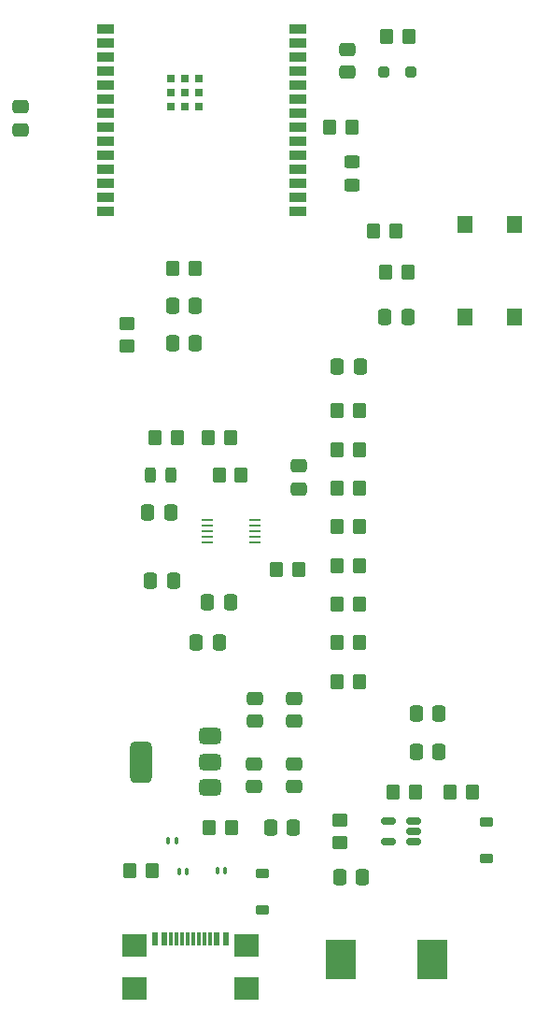
<source format=gtp>
%TF.GenerationSoftware,KiCad,Pcbnew,9.0.4*%
%TF.CreationDate,2025-08-31T12:14:26+02:00*%
%TF.ProjectId,tank_PCB,74616e6b-5f50-4434-922e-6b696361645f,rev?*%
%TF.SameCoordinates,Original*%
%TF.FileFunction,Paste,Top*%
%TF.FilePolarity,Positive*%
%FSLAX46Y46*%
G04 Gerber Fmt 4.6, Leading zero omitted, Abs format (unit mm)*
G04 Created by KiCad (PCBNEW 9.0.4) date 2025-08-31 12:14:26*
%MOMM*%
%LPD*%
G01*
G04 APERTURE LIST*
G04 Aperture macros list*
%AMRoundRect*
0 Rectangle with rounded corners*
0 $1 Rounding radius*
0 $2 $3 $4 $5 $6 $7 $8 $9 X,Y pos of 4 corners*
0 Add a 4 corners polygon primitive as box body*
4,1,4,$2,$3,$4,$5,$6,$7,$8,$9,$2,$3,0*
0 Add four circle primitives for the rounded corners*
1,1,$1+$1,$2,$3*
1,1,$1+$1,$4,$5*
1,1,$1+$1,$6,$7*
1,1,$1+$1,$8,$9*
0 Add four rect primitives between the rounded corners*
20,1,$1+$1,$2,$3,$4,$5,0*
20,1,$1+$1,$4,$5,$6,$7,0*
20,1,$1+$1,$6,$7,$8,$9,0*
20,1,$1+$1,$8,$9,$2,$3,0*%
G04 Aperture macros list end*
%ADD10RoundRect,0.250000X0.350000X0.450000X-0.350000X0.450000X-0.350000X-0.450000X0.350000X-0.450000X0*%
%ADD11RoundRect,0.250000X-0.350000X-0.450000X0.350000X-0.450000X0.350000X0.450000X-0.350000X0.450000X0*%
%ADD12RoundRect,0.250000X-0.475000X0.337500X-0.475000X-0.337500X0.475000X-0.337500X0.475000X0.337500X0*%
%ADD13RoundRect,0.250000X-0.337500X-0.475000X0.337500X-0.475000X0.337500X0.475000X-0.337500X0.475000X0*%
%ADD14RoundRect,0.250000X0.337500X0.475000X-0.337500X0.475000X-0.337500X-0.475000X0.337500X-0.475000X0*%
%ADD15RoundRect,0.075000X0.075000X0.225000X-0.075000X0.225000X-0.075000X-0.225000X0.075000X-0.225000X0*%
%ADD16R,2.700000X3.600000*%
%ADD17RoundRect,0.225000X-0.375000X0.225000X-0.375000X-0.225000X0.375000X-0.225000X0.375000X0.225000X0*%
%ADD18R,1.100000X0.250000*%
%ADD19RoundRect,0.250000X-0.250000X-0.250000X0.250000X-0.250000X0.250000X0.250000X-0.250000X0.250000X0*%
%ADD20RoundRect,0.150000X0.512500X0.150000X-0.512500X0.150000X-0.512500X-0.150000X0.512500X-0.150000X0*%
%ADD21R,1.400000X1.600000*%
%ADD22RoundRect,0.250000X0.475000X-0.337500X0.475000X0.337500X-0.475000X0.337500X-0.475000X-0.337500X0*%
%ADD23RoundRect,0.243750X-0.243750X-0.456250X0.243750X-0.456250X0.243750X0.456250X-0.243750X0.456250X0*%
%ADD24RoundRect,0.075000X-0.075000X-0.225000X0.075000X-0.225000X0.075000X0.225000X-0.075000X0.225000X0*%
%ADD25RoundRect,0.250000X-0.450000X0.350000X-0.450000X-0.350000X0.450000X-0.350000X0.450000X0.350000X0*%
%ADD26RoundRect,0.225000X0.375000X-0.225000X0.375000X0.225000X-0.375000X0.225000X-0.375000X-0.225000X0*%
%ADD27R,0.600000X1.150000*%
%ADD28R,0.300000X1.150000*%
%ADD29R,2.180000X2.000000*%
%ADD30R,1.500000X0.900000*%
%ADD31R,0.800000X0.800000*%
%ADD32RoundRect,0.250000X0.450000X-0.325000X0.450000X0.325000X-0.450000X0.325000X-0.450000X-0.325000X0*%
%ADD33RoundRect,0.250000X0.450000X-0.350000X0.450000X0.350000X-0.450000X0.350000X-0.450000X-0.350000X0*%
%ADD34RoundRect,0.375000X0.625000X0.375000X-0.625000X0.375000X-0.625000X-0.375000X0.625000X-0.375000X0*%
%ADD35RoundRect,0.500000X0.500000X1.400000X-0.500000X1.400000X-0.500000X-1.400000X0.500000X-1.400000X0*%
G04 APERTURE END LIST*
D10*
%TO.C,R11*%
X93700000Y-150200000D03*
X91700000Y-150200000D03*
%TD*%
D11*
%TO.C,R19*%
X91000000Y-100000000D03*
X93000000Y-100000000D03*
%TD*%
D12*
%TO.C,C10*%
X63000000Y-98162500D03*
X63000000Y-100237500D03*
%TD*%
%TO.C,C12*%
X87800000Y-151725000D03*
X87800000Y-153800000D03*
%TD*%
D13*
%TO.C,C16*%
X91700000Y-121700000D03*
X93775000Y-121700000D03*
%TD*%
D14*
%TO.C,C5*%
X100937500Y-156600000D03*
X98862500Y-156600000D03*
%TD*%
D15*
%TO.C,D6*%
X77100000Y-164600000D03*
X76400000Y-164600000D03*
%TD*%
D11*
%TO.C,R13*%
X95000000Y-109400000D03*
X97000000Y-109400000D03*
%TD*%
%TO.C,R22*%
X91700000Y-139700000D03*
X93700000Y-139700000D03*
%TD*%
%TO.C,R7*%
X96762500Y-160200000D03*
X98762500Y-160200000D03*
%TD*%
D16*
%TO.C,L1*%
X92050000Y-175325000D03*
X100350000Y-175325000D03*
%TD*%
D13*
%TO.C,C1*%
X74525000Y-134900000D03*
X76600000Y-134900000D03*
%TD*%
D10*
%TO.C,R10*%
X93700000Y-143200000D03*
X91700000Y-143200000D03*
%TD*%
%TO.C,R14*%
X98100000Y-113100000D03*
X96100000Y-113100000D03*
%TD*%
D17*
%TO.C,D1*%
X105200000Y-162925000D03*
X105200000Y-166225000D03*
%TD*%
D10*
%TO.C,R15*%
X82100000Y-163400000D03*
X80100000Y-163400000D03*
%TD*%
D18*
%TO.C,U1*%
X84200000Y-137600000D03*
X84200000Y-137100000D03*
X84200000Y-136600000D03*
X84200000Y-136100000D03*
X84200000Y-135600000D03*
X79900000Y-135600000D03*
X79900000Y-136100000D03*
X79900000Y-136600000D03*
X79900000Y-137100000D03*
X79900000Y-137600000D03*
%TD*%
D11*
%TO.C,R4*%
X81000000Y-131500000D03*
X83000000Y-131500000D03*
%TD*%
%TO.C,R16*%
X72900000Y-167300000D03*
X74900000Y-167300000D03*
%TD*%
D10*
%TO.C,R8*%
X93700000Y-129200000D03*
X91700000Y-129200000D03*
%TD*%
D11*
%TO.C,R1*%
X80000000Y-128100000D03*
X82000000Y-128100000D03*
%TD*%
D19*
%TO.C,D2*%
X95900000Y-95000000D03*
X98400000Y-95000000D03*
%TD*%
D11*
%TO.C,R17*%
X76800000Y-112800000D03*
X78800000Y-112800000D03*
%TD*%
%TO.C,R20*%
X91700000Y-125700000D03*
X93700000Y-125700000D03*
%TD*%
D14*
%TO.C,C9*%
X78837500Y-116200000D03*
X76762500Y-116200000D03*
%TD*%
D20*
%TO.C,U3*%
X98600000Y-164725000D03*
X98600000Y-163775000D03*
X98600000Y-162825000D03*
X96325000Y-162825000D03*
X96325000Y-164725000D03*
%TD*%
D10*
%TO.C,R9*%
X93700000Y-136200000D03*
X91700000Y-136200000D03*
%TD*%
D21*
%TO.C,S1*%
X103300000Y-117200000D03*
X107800000Y-117200000D03*
X103300000Y-108800000D03*
X107800000Y-108800000D03*
%TD*%
D22*
%TO.C,C14*%
X84150000Y-159737500D03*
X84150000Y-157662500D03*
%TD*%
%TO.C,C17*%
X88200000Y-132737500D03*
X88200000Y-130662500D03*
%TD*%
D23*
%TO.C,F1*%
X74725000Y-131500000D03*
X76600000Y-131500000D03*
%TD*%
D13*
%TO.C,C3*%
X91925000Y-167925000D03*
X94000000Y-167925000D03*
%TD*%
D22*
%TO.C,C13*%
X87750000Y-159737500D03*
X87750000Y-157662500D03*
%TD*%
D12*
%TO.C,C11*%
X84200000Y-151725000D03*
X84200000Y-153800000D03*
%TD*%
D14*
%TO.C,C7*%
X87737500Y-163400000D03*
X85662500Y-163400000D03*
%TD*%
D22*
%TO.C,C6*%
X92600000Y-95037500D03*
X92600000Y-92962500D03*
%TD*%
D14*
%TO.C,C4*%
X100937500Y-153100000D03*
X98862500Y-153100000D03*
%TD*%
D24*
%TO.C,D5*%
X77350000Y-167400000D03*
X78050000Y-167400000D03*
%TD*%
D14*
%TO.C,C19*%
X81000000Y-146700000D03*
X78925000Y-146700000D03*
%TD*%
D11*
%TO.C,R3*%
X86200000Y-140100000D03*
X88200000Y-140100000D03*
%TD*%
D25*
%TO.C,R18*%
X72600000Y-117800000D03*
X72600000Y-119800000D03*
%TD*%
D14*
%TO.C,C15*%
X98100000Y-117200000D03*
X96025000Y-117200000D03*
%TD*%
D26*
%TO.C,D3*%
X84900000Y-170850000D03*
X84900000Y-167550000D03*
%TD*%
D27*
%TO.C,J5*%
X75200000Y-173495000D03*
X76000000Y-173495000D03*
D28*
X77150000Y-173495000D03*
X78150000Y-173495000D03*
X78650000Y-173495000D03*
X79650000Y-173495000D03*
D27*
X81600000Y-173495000D03*
X80800000Y-173495000D03*
D28*
X80150000Y-173495000D03*
X79150000Y-173495000D03*
X77650000Y-173495000D03*
X76650000Y-173495000D03*
D29*
X73290000Y-174070000D03*
X83510000Y-174070000D03*
X73290000Y-178000000D03*
X83510000Y-178000000D03*
%TD*%
D30*
%TO.C,U4*%
X70650000Y-91140000D03*
X70650000Y-92410000D03*
X70650000Y-93680000D03*
X70650000Y-94950000D03*
X70650000Y-96220000D03*
X70650000Y-97490000D03*
X70650000Y-98760000D03*
X70650000Y-100030000D03*
X70650000Y-101300000D03*
X70650000Y-102570000D03*
X70650000Y-103840000D03*
X70650000Y-105110000D03*
X70650000Y-106380000D03*
X70650000Y-107650000D03*
X88150000Y-107650000D03*
X88150000Y-106380000D03*
X88150000Y-105110000D03*
X88150000Y-103840000D03*
X88150000Y-102570000D03*
X88150000Y-101300000D03*
X88150000Y-100030000D03*
X88150000Y-98760000D03*
X88150000Y-97490000D03*
X88150000Y-96220000D03*
X88150000Y-94950000D03*
X88150000Y-93680000D03*
X88150000Y-92410000D03*
X88150000Y-91140000D03*
D31*
X76645000Y-95610000D03*
X76645000Y-96860000D03*
X76645000Y-98110000D03*
X77895000Y-95610000D03*
X77895000Y-96860000D03*
X77895000Y-98110000D03*
X79145000Y-95610000D03*
X79145000Y-96860000D03*
X79145000Y-98110000D03*
%TD*%
D11*
%TO.C,R21*%
X91700000Y-132700000D03*
X93700000Y-132700000D03*
%TD*%
D14*
%TO.C,C8*%
X78840000Y-119600000D03*
X76765000Y-119600000D03*
%TD*%
D15*
%TO.C,D4*%
X81550000Y-167300000D03*
X80850000Y-167300000D03*
%TD*%
D32*
%TO.C,D7*%
X93000000Y-105225000D03*
X93000000Y-103175000D03*
%TD*%
D11*
%TO.C,R12*%
X96200000Y-91800000D03*
X98200000Y-91800000D03*
%TD*%
D33*
%TO.C,R5*%
X91962500Y-164775000D03*
X91962500Y-162775000D03*
%TD*%
D10*
%TO.C,R2*%
X77200000Y-128100000D03*
X75200000Y-128100000D03*
%TD*%
D11*
%TO.C,R6*%
X101962500Y-160200000D03*
X103962500Y-160200000D03*
%TD*%
D34*
%TO.C,U5*%
X80200000Y-159762500D03*
X80200000Y-157462500D03*
D35*
X73900000Y-157462500D03*
D34*
X80200000Y-155162500D03*
%TD*%
D14*
%TO.C,C18*%
X82000000Y-143000000D03*
X79925000Y-143000000D03*
%TD*%
D11*
%TO.C,R23*%
X91700000Y-146700000D03*
X93700000Y-146700000D03*
%TD*%
D13*
%TO.C,C2*%
X74762500Y-141100000D03*
X76837500Y-141100000D03*
%TD*%
M02*

</source>
